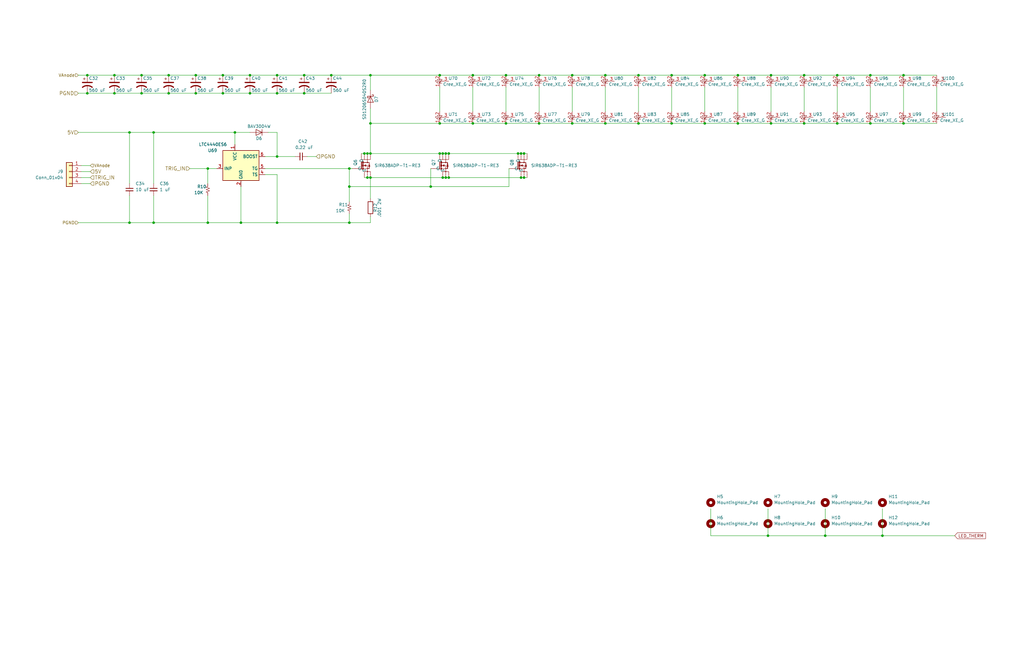
<source format=kicad_sch>
(kicad_sch (version 20230121) (generator eeschema)
  (paper "B")
  (title_block (title "BUM2 LED Controller") (date "2023-01-10") (rev "B"))
  (lib_symbols
    (symbol "CBT-140-Control-rescue:CP1" (pin_numbers hide) (pin_names (offset 0.254) hide)
      (property "Reference" "C" (at 0.635 2.54 0))
      (property "Value" "CP1" (at 0.635 -2.54 0))
      (symbol "CP1_0_1"
        (polyline (pts (xy -2.032 0.762) (xy 2.032 0.762)) (stroke (width 0.508)))
        (polyline (pts (xy -1.778 2.286) (xy -0.762 2.286)))
        (polyline (pts (xy -1.27 1.778) (xy -1.27 2.794)))
        (arc (start 2.032 -1.27) (mid 0 -0.5572) (end -2.032 -1.27) (stroke (width 0.508)))
      )
      (symbol "CP1_1_1"
        (pin passive line (at 0 3.81 270) (length 2.794) (name "~") (number "1"))
        (pin passive line (at 0 -3.81 90) (length 3.302) (name "~") (number "2"))
      )
    )
    (symbol "CBT-140-Control-rescue:C_Small" (pin_numbers hide) (pin_names (offset 0.254) hide)
      (property "Reference" "C" (at 0.254 1.778 0))
      (property "Value" "C_Small" (at 0.254 -2.032 0))
      (symbol "C_Small_0_1"
        (polyline (pts (xy -1.524 -0.508) (xy 1.524 -0.508)) (stroke (width 0.3302)))
        (polyline (pts (xy -1.524 0.508) (xy 1.524 0.508)) (stroke (width 0.3048)))
      )
      (symbol "C_Small_1_1"
        (pin passive line (at 0 2.54 270) (length 2.032) (name "~") (number "1"))
        (pin passive line (at 0 -2.54 90) (length 2.032) (name "~") (number "2"))
      )
    )
    (symbol "CBT-140-Control-rescue:D" (pin_numbers hide) (pin_names (offset 1.016) hide)
      (property "Reference" "D" (at 0 2.54 0))
      (property "Value" "D" (at 0 -2.54 0))
      (symbol "D_0_1"
        (polyline (pts (xy -1.27 1.27) (xy -1.27 -1.27)) (stroke (width 0.2032)))
        (polyline (pts (xy 1.27 0) (xy -1.27 0)))
        (polyline (pts (xy 1.27 1.27) (xy 1.27 -1.27) (xy -1.27 0) (xy 1.27 1.27)) (stroke (width 0.2032)))
      )
      (symbol "D_1_1"
        (pin passive line (at -3.81 0 0) (length 2.54) (name "K") (number "1"))
        (pin passive line (at 3.81 0 180) (length 2.54) (name "A") (number "2"))
      )
    )
    (symbol "CBT-140-Control-rescue:D_Schottky" (pin_numbers hide) (pin_names (offset 1.016) hide)
      (property "Reference" "D" (at 0 2.54 0))
      (property "Value" "D_Schottky" (at 0 -2.54 0))
      (symbol "D_Schottky_0_1"
        (polyline (pts (xy 1.27 0) (xy -1.27 0)))
        (polyline (pts (xy 1.27 1.27) (xy 1.27 -1.27) (xy -1.27 0) (xy 1.27 1.27)) (stroke (width 0.2032)))
        (polyline (pts (xy -1.905 0.635) (xy -1.905 1.27) (xy -1.27 1.27) (xy -1.27 -1.27) (xy -0.635 -1.27) (xy -0.635 -0.635)) (stroke (width 0.2032)))
      )
      (symbol "D_Schottky_1_1"
        (pin passive line (at -3.81 0 0) (length 2.54) (name "K") (number "1"))
        (pin passive line (at 3.81 0 180) (length 2.54) (name "A") (number "2"))
      )
    )
    (symbol "CBT-140-Control-rescue:R" (pin_numbers hide) (pin_names (offset 0))
      (property "Reference" "R" (at 2.032 0 90))
      (property "Value" "R" (at 0 0 90))
      (symbol "R_0_1"
        (rectangle (start -1.016 -2.54) (end 1.016 2.54) (stroke (width 0.254)))
      )
      (symbol "R_1_1"
        (pin passive line (at 0 3.81 270) (length 1.27) (name "~") (number "1"))
        (pin passive line (at 0 -3.81 90) (length 1.27) (name "~") (number "2"))
      )
    )
    (symbol "Connector_Generic:Conn_01x04" (pin_names (offset 1.016) hide)
      (property "Reference" "J" (at 0 5.08 0))
      (property "Value" "Conn_01x04" (at 0 -7.62 0))
      (symbol "Conn_01x04_1_1"
        (rectangle (start -1.27 -4.953) (end 0 -5.207) (stroke (width 0.1524)))
        (rectangle (start -1.27 -2.413) (end 0 -2.667) (stroke (width 0.1524)))
        (rectangle (start -1.27 0.127) (end 0 -0.127) (stroke (width 0.1524)))
        (rectangle (start -1.27 2.667) (end 0 2.413) (stroke (width 0.1524)))
        (rectangle (start -1.27 3.81) (end 1.27 -6.35) (stroke (width 0.254)) (fill (type background)))
        (pin passive line (at -5.08 2.54 0) (length 3.81) (name "Pin_1") (number "1"))
        (pin passive line (at -5.08 0 0) (length 3.81) (name "Pin_2") (number "2"))
        (pin passive line (at -5.08 -2.54 0) (length 3.81) (name "Pin_3") (number "3"))
        (pin passive line (at -5.08 -5.08 0) (length 3.81) (name "Pin_4") (number "4"))
      )
    )
    (symbol "Driver_FET:LTC4440ES6"
      (property "Reference" "U" (at -7.62 8.89 0))
      (property "Value" "LTC4440ES6" (at -1.27 8.89 0))
      (symbol "LTC4440ES6_0_1"
        (rectangle (start -7.62 7.62) (end 7.62 -5.08) (stroke (width 0.254)) (fill (type background)))
      )
      (symbol "LTC4440ES6_1_1"
        (pin power_in line (at -2.54 10.16 270) (length 2.54) (name "VCC") (number "1"))
        (pin power_in line (at 0 -7.62 90) (length 2.54) (name "GND") (number "2"))
        (pin input line (at -10.16 0 0) (length 2.54) (name "INP") (number "3"))
        (pin input line (at 10.16 -2.54 180) (length 2.54) (name "TS") (number "4"))
        (pin output line (at 10.16 0 180) (length 2.54) (name "TG") (number "5"))
        (pin input line (at 10.16 5.08 180) (length 2.54) (name "BOOST") (number "6"))
      )
    )
    (symbol "Dual-Mag-Camera-Control-rescue:C_Small-SPC-Control-rescue" (pin_numbers hide) (pin_names (offset 0.254) hide)
      (property "Reference" "C" (at 0.254 1.778 0))
      (property "Value" "C_Small-SPC-Control-rescue" (at 0.254 -2.032 0))
      (symbol "C_Small-SPC-Control-rescue_0_1"
        (polyline (pts (xy -1.524 -0.508) (xy 1.524 -0.508)) (stroke (width 0.3302)))
        (polyline (pts (xy -1.524 0.508) (xy 1.524 0.508)) (stroke (width 0.3048)))
      )
      (symbol "C_Small-SPC-Control-rescue_1_1"
        (pin passive line (at 0 2.54 270) (length 2.032) (name "~") (number "1"))
        (pin passive line (at 0 -2.54 90) (length 2.032) (name "~") (number "2"))
      )
    )
    (symbol "Dual-Mag-Camera-Control-rescue:Resistor_small-SPC-Control-rescue-DeathStar-rescue-BUMP-Control-rescue" (pin_numbers hide) (pin_names (offset 0))
      (property "Reference" "R" (at 2.032 0 90))
      (property "Value" "Resistor_small-SPC-Control-rescue-DeathStar-rescue-BUMP-Control-rescue" (at -2.032 0.254 90))
      (symbol "Resistor_small-SPC-Control-rescue-DeathStar-rescue-BUMP-Control-rescue_0_1"
        (polyline (pts (xy 0 1.27) (xy -0.762 1.016) (xy 0.762 0.508) (xy -0.762 0) (xy 0.762 -0.508) (xy -0.762 -1.016) (xy 0 -1.27)))
      )
      (symbol "Resistor_small-SPC-Control-rescue-DeathStar-rescue-BUMP-Control-rescue_1_1"
        (pin passive line (at 0 2.54 270) (length 1.27) (name "~") (number "1"))
        (pin passive line (at 0 -2.54 90) (length 1.27) (name "~") (number "2"))
      )
    )
    (symbol "Dual-Mag-Camera-Control-rescue:SiSA72DN-ProjectDevices" (pin_names (offset 1.016))
      (property "Reference" "Q" (at 3.81 1.27 0))
      (property "Value" "SiSA72DN-ProjectDevices" (at -15.24 6.35 0))
      (symbol "SiSA72DN-ProjectDevices_1_1"
        (circle (center 0 -2.54) (radius 0.127))
        (circle (center 0 -2.54) (radius 0.127))
        (circle (center 0 -2.54) (radius 0.127))
        (circle (center 0 -2.54) (radius 0.127))
        (circle (center 0 -1.27) (radius 0.127))
        (polyline (pts (xy -5.08 -1.27) (xy -3.81 -1.27)))
        (polyline (pts (xy -2.54 -1.27) (xy -3.81 -1.27)))
        (polyline (pts (xy -1.905 -1.016) (xy -1.905 -1.651)) (stroke (width 0.508)))
        (polyline (pts (xy -1.905 0.381) (xy -1.905 -0.381)) (stroke (width 0.508)))
        (polyline (pts (xy -1.905 0.381) (xy -1.905 -0.381)) (stroke (width 0.508)))
        (polyline (pts (xy -1.905 1.651) (xy -1.905 1.016)) (stroke (width 0.508)))
        (polyline (pts (xy -1.905 1.651) (xy -1.905 1.016)) (stroke (width 0.508)))
        (polyline (pts (xy -1.778 -1.27) (xy 0 -1.27)))
        (polyline (pts (xy -1.778 1.27) (xy 0 1.27)))
        (polyline (pts (xy -1.778 1.27) (xy 0 1.27)))
        (polyline (pts (xy -1.778 1.27) (xy 0 1.27)))
        (polyline (pts (xy -1.778 1.27) (xy 0 1.27)))
        (polyline (pts (xy -1.27 3.81) (xy -1.27 2.54)))
        (polyline (pts (xy 0 -2.54) (xy 0 -3.81)))
        (polyline (pts (xy 0 -1.27) (xy 0 -2.54)))
        (polyline (pts (xy 0 3.81) (xy 0 2.54)))
        (polyline (pts (xy 0.381 0.254) (xy 1.143 0.254)))
        (polyline (pts (xy -2.54 1.524) (xy -2.54 -1.524) (xy -2.54 -1.524)) (stroke (width 0.254)))
        (polyline (pts (xy -2.54 1.524) (xy -2.54 -1.524) (xy -2.54 -1.524)) (stroke (width 0.254)))
        (polyline (pts (xy -1.778 0) (xy 0 0) (xy 0 -1.27)))
        (polyline (pts (xy 0 -2.54) (xy -1.27 -2.54) (xy -1.27 -3.81)))
        (polyline (pts (xy 0 -2.54) (xy 1.27 -2.54) (xy 1.27 -3.81)))
        (polyline (pts (xy 1.27 3.81) (xy 1.27 2.54) (xy 0 2.54)))
        (polyline (pts (xy -2.54 3.81) (xy -2.54 2.54) (xy 0 2.54) (xy 0 1.27)))
        (polyline (pts (xy -1.397 0) (xy -0.635 -0.381) (xy -0.635 0.381) (xy -1.397 0)) (fill (type outline)))
        (polyline (pts (xy 0 -1.27) (xy 0.762 -1.27) (xy 0.762 1.27) (xy 0 1.27)))
        (polyline (pts (xy 0 -1.27) (xy 0.762 -1.27) (xy 0.762 1.27) (xy 0 1.27)))
        (polyline (pts (xy 0 -1.27) (xy 0.762 -1.27) (xy 0.762 1.27) (xy 0 1.27)))
        (polyline (pts (xy 0 -1.27) (xy 0.762 -1.27) (xy 0.762 1.27) (xy 0 1.27)))
        (polyline (pts (xy 0.762 0.254) (xy 1.143 -0.381) (xy 0.381 -0.381) (xy 0.762 0.254)) (fill (type outline)))
        (circle (center 0 1.27) (radius 0.127))
        (circle (center 0 1.27) (radius 0.127))
        (circle (center 0 1.27) (radius 0.127))
        (circle (center 0 1.27) (radius 0.127))
        (pin power_in line (at 1.27 -5.08 90) (length 1.27) (name "S") (number "1"))
        (pin bidirectional line (at -1.27 -5.08 90) (length 1.27) (name "S") (number "2"))
        (pin bidirectional line (at 0 -5.08 90) (length 1.27) (name "S") (number "3"))
        (pin passive line (at -6.35 -1.27 0) (length 1.27) (name "G") (number "4"))
        (pin passive line (at -2.54 5.08 270) (length 1.27) (name "D") (number "5"))
        (pin power_in line (at -1.27 5.08 270) (length 1.27) (name "D") (number "5"))
        (pin power_in line (at 0 5.08 270) (length 1.27) (name "D") (number "5"))
        (pin power_in line (at 1.27 5.08 270) (length 1.27) (name "D") (number "5"))
      )
    )
    (symbol "Mechanical:MountingHole" (pin_names (offset 1.016))
      (property "Reference" "H" (at 0 5.08 0))
      (property "Value" "MountingHole" (at 0 3.175 0))
      (symbol "MountingHole_0_1"
        (circle (center 0 0) (radius 1.27) (stroke (width 1.27)))
      )
    )
    (symbol "ProjectDevices:Cree_XE_G"
      (property "Reference" "U" (at 0 -3.81 0))
      (property "Value" "Cree_XE_G" (at 0 -6.35 0))
      (symbol "Cree_XE_G_0_1"
        (polyline (pts (xy 0 0) (xy 0 1.27)))
      )
      (symbol "Cree_XE_G_1_1"
        (polyline (pts (xy -1.016 0) (xy 0.762 0)))
        (polyline (pts (xy 0.762 1.016) (xy 0.762 -1.016)))
        (polyline (pts (xy -0.762 1.016) (xy 0.762 0) (xy -0.762 -1.016) (xy -0.762 1.016)))
        (polyline (pts (xy -0.508 -1.27) (xy 0 -1.778) (xy -0.254 -1.778) (xy 0 -1.778) (xy 0 -1.524)))
        (polyline (pts (xy 0 -0.762) (xy 0.508 -1.27) (xy 0.254 -1.27) (xy 0.508 -1.27) (xy 0.508 -1.016)))
        (pin passive line (at 2.54 0 180) (length 1.778) (name "K") (number "1"))
        (pin passive line (at -2.54 0 0) (length 1.778) (name "A") (number "2"))
        (pin input line (at 0 3.81 270) (length 2.54) (name "") (number "3"))
      )
    )
  )
  (junction (at 325.12 31.75))
  (junction (at 116.84 66.04))
  (junction (at 367.03 52.07))
  (junction (at 36.83 31.75))
  (junction (at 199.39 31.75))
  (junction (at 283.21 31.75))
  (junction (at 99.06 55.88))
  (junction (at 154.94 64.77))
  (junction (at 186.69 74.93))
  (junction (at 227.33 52.07))
  (junction (at 64.77 93.98))
  (junction (at 339.09 52.07))
  (junction (at 71.12 31.75))
  (junction (at 93.98 39.37))
  (junction (at 105.41 31.75))
  (junction (at 283.21 52.07))
  (junction (at 189.23 74.93))
  (junction (at 87.63 93.98))
  (junction (at 54.61 93.98))
  (junction (at 311.15 31.75))
  (junction (at 116.84 31.75))
  (junction (at 325.12 52.07))
  (junction (at 185.42 52.07))
  (junction (at 156.21 31.75))
  (junction (at 147.32 93.98))
  (junction (at 219.71 64.77))
  (junction (at 156.21 52.07))
  (junction (at 64.77 55.88))
  (junction (at 269.24 31.75))
  (junction (at 139.7 31.75))
  (junction (at 82.55 39.37))
  (junction (at 181.61 78.74))
  (junction (at 220.98 74.93))
  (junction (at 311.15 52.07))
  (junction (at 128.27 31.75))
  (junction (at 93.98 31.75))
  (junction (at 367.03 31.75))
  (junction (at 186.69 64.77))
  (junction (at 255.27 31.75))
  (junction (at 82.55 31.75))
  (junction (at 219.71 74.93))
  (junction (at 101.6 93.98))
  (junction (at 255.27 52.07))
  (junction (at 185.42 64.77))
  (junction (at 59.69 31.75))
  (junction (at 213.36 52.07))
  (junction (at 116.84 93.98))
  (junction (at 297.18 31.75))
  (junction (at 372.11 226.06))
  (junction (at 71.12 39.37))
  (junction (at 185.42 31.75))
  (junction (at 147.32 71.12))
  (junction (at 199.39 52.07))
  (junction (at 36.83 39.37))
  (junction (at 213.36 31.75))
  (junction (at 218.44 64.77))
  (junction (at 154.94 74.93))
  (junction (at 220.98 64.77))
  (junction (at 128.27 39.37))
  (junction (at 189.23 64.77))
  (junction (at 59.69 39.37))
  (junction (at 381 52.07))
  (junction (at 48.26 39.37))
  (junction (at 297.18 52.07))
  (junction (at 156.21 74.93))
  (junction (at 381 31.75))
  (junction (at 147.32 78.74))
  (junction (at 48.26 31.75))
  (junction (at 323.85 226.06))
  (junction (at 347.98 226.06))
  (junction (at 241.3 52.07))
  (junction (at 153.67 64.77))
  (junction (at 187.96 64.77))
  (junction (at 269.24 52.07))
  (junction (at 241.3 31.75))
  (junction (at 54.61 55.88))
  (junction (at 156.21 64.77))
  (junction (at 116.84 39.37))
  (junction (at 353.06 31.75))
  (junction (at 87.63 71.12))
  (junction (at 353.06 52.07))
  (junction (at 227.33 31.75))
  (junction (at 339.09 31.75))
  (junction (at 187.96 74.93))
  (junction (at 105.41 39.37))
  (wire (pts (xy 129.54 66.04) (xy 133.35 66.04)))
  (wire (pts (xy 116.84 66.04) (xy 124.46 66.04)))
  (wire (pts (xy 59.69 39.37) (xy 71.12 39.37)))
  (wire (pts (xy 71.12 31.75) (xy 82.55 31.75)))
  (wire (pts (xy 154.94 74.93) (xy 156.21 74.93)))
  (wire (pts (xy 227.33 31.75) (xy 241.3 31.75)))
  (wire (pts (xy 87.63 71.12) (xy 87.63 77.47)))
  (wire (pts (xy 156.21 74.93) (xy 156.21 83.82)))
  (wire (pts (xy 372.11 214.63) (xy 372.11 226.06)))
  (wire (pts (xy 299.72 214.63) (xy 299.72 226.06)))
  (wire (pts (xy 87.63 93.98) (xy 101.6 93.98)))
  (wire (pts (xy 189.23 64.77) (xy 218.44 64.77)))
  (wire (pts (xy 34.29 77.47) (xy 38.1 77.47)))
  (wire (pts (xy 105.41 39.37) (xy 116.84 39.37)))
  (wire (pts (xy 181.61 71.12) (xy 181.61 78.74)))
  (wire (pts (xy 147.32 93.98) (xy 116.84 93.98)))
  (wire (pts (xy 87.63 82.55) (xy 87.63 93.98)))
  (wire (pts (xy 186.69 64.77) (xy 187.96 64.77)))
  (wire (pts (xy 147.32 78.74) (xy 147.32 85.09)))
  (wire (pts (xy 93.98 39.37) (xy 105.41 39.37)))
  (wire (pts (xy 147.32 71.12) (xy 147.32 78.74)))
  (wire (pts (xy 64.77 82.55) (xy 64.77 93.98)))
  (wire (pts (xy 185.42 36.83) (xy 185.42 46.99)))
  (wire (pts (xy 381 31.75) (xy 394.97 31.75)))
  (wire (pts (xy 394.97 36.83) (xy 394.97 46.99)))
  (wire (pts (xy 181.61 78.74) (xy 214.63 78.74)))
  (wire (pts (xy 71.12 39.37) (xy 82.55 39.37)))
  (wire (pts (xy 353.06 52.07) (xy 367.03 52.07)))
  (wire (pts (xy 105.41 31.75) (xy 116.84 31.75)))
  (wire (pts (xy 297.18 52.07) (xy 311.15 52.07)))
  (wire (pts (xy 33.02 39.37) (xy 36.83 39.37)))
  (wire (pts (xy 283.21 52.07) (xy 297.18 52.07)))
  (wire (pts (xy 219.71 74.93) (xy 220.98 74.93)))
  (wire (pts (xy 80.01 71.12) (xy 87.63 71.12)))
  (wire (pts (xy 220.98 74.93) (xy 222.25 74.93)))
  (wire (pts (xy 367.03 36.83) (xy 367.03 46.99)))
  (wire (pts (xy 64.77 55.88) (xy 64.77 77.47)))
  (wire (pts (xy 199.39 36.83) (xy 199.39 46.99)))
  (wire (pts (xy 227.33 52.07) (xy 241.3 52.07)))
  (wire (pts (xy 255.27 31.75) (xy 269.24 31.75)))
  (wire (pts (xy 297.18 31.75) (xy 311.15 31.75)))
  (wire (pts (xy 367.03 52.07) (xy 381 52.07)))
  (wire (pts (xy 297.18 36.83) (xy 297.18 46.99)))
  (wire (pts (xy 156.21 31.75) (xy 156.21 38.1)))
  (wire (pts (xy 323.85 214.63) (xy 323.85 226.06)))
  (wire (pts (xy 213.36 31.75) (xy 227.33 31.75)))
  (wire (pts (xy 325.12 36.83) (xy 325.12 46.99)))
  (wire (pts (xy 218.44 64.77) (xy 219.71 64.77)))
  (wire (pts (xy 87.63 71.12) (xy 91.44 71.12)))
  (wire (pts (xy 353.06 31.75) (xy 367.03 31.75)))
  (wire (pts (xy 116.84 73.66) (xy 116.84 93.98)))
  (wire (pts (xy 111.76 66.04) (xy 116.84 66.04)))
  (wire (pts (xy 156.21 45.72) (xy 156.21 52.07)))
  (wire (pts (xy 33.02 31.75) (xy 36.83 31.75)))
  (wire (pts (xy 93.98 31.75) (xy 105.41 31.75)))
  (wire (pts (xy 381 52.07) (xy 394.97 52.07)))
  (wire (pts (xy 139.7 31.75) (xy 156.21 31.75)))
  (wire (pts (xy 156.21 74.93) (xy 186.69 74.93)))
  (wire (pts (xy 33.02 93.98) (xy 54.61 93.98)))
  (wire (pts (xy 153.67 64.77) (xy 154.94 64.77)))
  (wire (pts (xy 269.24 52.07) (xy 283.21 52.07)))
  (wire (pts (xy 59.69 31.75) (xy 71.12 31.75)))
  (wire (pts (xy 111.76 73.66) (xy 116.84 73.66)))
  (wire (pts (xy 185.42 52.07) (xy 199.39 52.07)))
  (wire (pts (xy 311.15 31.75) (xy 325.12 31.75)))
  (wire (pts (xy 54.61 55.88) (xy 54.61 77.47)))
  (wire (pts (xy 152.4 64.77) (xy 153.67 64.77)))
  (wire (pts (xy 36.83 31.75) (xy 48.26 31.75)))
  (wire (pts (xy 147.32 78.74) (xy 181.61 78.74)))
  (wire (pts (xy 128.27 39.37) (xy 139.7 39.37)))
  (wire (pts (xy 199.39 52.07) (xy 213.36 52.07)))
  (wire (pts (xy 283.21 36.83) (xy 283.21 46.99)))
  (wire (pts (xy 241.3 52.07) (xy 255.27 52.07)))
  (wire (pts (xy 34.29 72.39) (xy 38.1 72.39)))
  (wire (pts (xy 381 36.83) (xy 381 46.99)))
  (wire (pts (xy 241.3 31.75) (xy 255.27 31.75)))
  (wire (pts (xy 269.24 36.83) (xy 269.24 46.99)))
  (wire (pts (xy 105.41 55.88) (xy 99.06 55.88)))
  (wire (pts (xy 147.32 90.17) (xy 147.32 93.98)))
  (wire (pts (xy 111.76 71.12) (xy 147.32 71.12)))
  (wire (pts (xy 153.67 74.93) (xy 154.94 74.93)))
  (wire (pts (xy 214.63 78.74) (xy 214.63 71.12)))
  (wire (pts (xy 147.32 71.12) (xy 148.59 71.12)))
  (wire (pts (xy 227.33 36.83) (xy 227.33 46.99)))
  (wire (pts (xy 367.03 31.75) (xy 381 31.75)))
  (wire (pts (xy 82.55 31.75) (xy 93.98 31.75)))
  (wire (pts (xy 347.98 214.63) (xy 347.98 226.06)))
  (wire (pts (xy 187.96 64.77) (xy 189.23 64.77)))
  (wire (pts (xy 185.42 31.75) (xy 199.39 31.75)))
  (wire (pts (xy 339.09 36.83) (xy 339.09 46.99)))
  (wire (pts (xy 54.61 55.88) (xy 64.77 55.88)))
  (wire (pts (xy 311.15 52.07) (xy 325.12 52.07)))
  (wire (pts (xy 255.27 52.07) (xy 269.24 52.07)))
  (wire (pts (xy 154.94 64.77) (xy 156.21 64.77)))
  (wire (pts (xy 185.42 64.77) (xy 186.69 64.77)))
  (wire (pts (xy 186.69 74.93) (xy 187.96 74.93)))
  (wire (pts (xy 36.83 39.37) (xy 48.26 39.37)))
  (wire (pts (xy 54.61 82.55) (xy 54.61 93.98)))
  (wire (pts (xy 219.71 64.77) (xy 220.98 64.77)))
  (wire (pts (xy 54.61 93.98) (xy 64.77 93.98)))
  (wire (pts (xy 156.21 52.07) (xy 156.21 64.77)))
  (wire (pts (xy 199.39 31.75) (xy 213.36 31.75)))
  (wire (pts (xy 116.84 31.75) (xy 128.27 31.75)))
  (wire (pts (xy 347.98 226.06) (xy 372.11 226.06)))
  (wire (pts (xy 339.09 52.07) (xy 353.06 52.07)))
  (wire (pts (xy 82.55 39.37) (xy 93.98 39.37)))
  (wire (pts (xy 241.3 36.83) (xy 241.3 46.99)))
  (wire (pts (xy 33.02 55.88) (xy 54.61 55.88)))
  (wire (pts (xy 283.21 31.75) (xy 297.18 31.75)))
  (wire (pts (xy 156.21 52.07) (xy 185.42 52.07)))
  (wire (pts (xy 325.12 52.07) (xy 339.09 52.07)))
  (wire (pts (xy 187.96 74.93) (xy 189.23 74.93)))
  (wire (pts (xy 48.26 31.75) (xy 59.69 31.75)))
  (wire (pts (xy 325.12 31.75) (xy 339.09 31.75)))
  (wire (pts (xy 311.15 36.83) (xy 311.15 46.99)))
  (wire (pts (xy 64.77 93.98) (xy 87.63 93.98)))
  (wire (pts (xy 156.21 31.75) (xy 185.42 31.75)))
  (wire (pts (xy 64.77 55.88) (xy 99.06 55.88)))
  (wire (pts (xy 220.98 64.77) (xy 222.25 64.77)))
  (wire (pts (xy 116.84 39.37) (xy 128.27 39.37)))
  (wire (pts (xy 156.21 91.44) (xy 156.21 93.98)))
  (wire (pts (xy 189.23 74.93) (xy 219.71 74.93)))
  (wire (pts (xy 323.85 226.06) (xy 347.98 226.06)))
  (wire (pts (xy 372.11 226.06) (xy 402.59 226.06)))
  (wire (pts (xy 255.27 36.83) (xy 255.27 46.99)))
  (wire (pts (xy 213.36 52.07) (xy 227.33 52.07)))
  (wire (pts (xy 113.03 55.88) (xy 116.84 55.88)))
  (wire (pts (xy 101.6 78.74) (xy 101.6 93.98)))
  (wire (pts (xy 99.06 55.88) (xy 99.06 60.96)))
  (wire (pts (xy 34.29 74.93) (xy 38.1 74.93)))
  (wire (pts (xy 116.84 55.88) (xy 116.84 66.04)))
  (wire (pts (xy 353.06 36.83) (xy 353.06 46.99)))
  (wire (pts (xy 213.36 36.83) (xy 213.36 46.99)))
  (wire (pts (xy 156.21 93.98) (xy 147.32 93.98)))
  (wire (pts (xy 48.26 39.37) (xy 59.69 39.37)))
  (wire (pts (xy 156.21 64.77) (xy 185.42 64.77)))
  (wire (pts (xy 339.09 31.75) (xy 353.06 31.75)))
  (wire (pts (xy 128.27 31.75) (xy 139.7 31.75)))
  (wire (pts (xy 299.72 226.06) (xy 323.85 226.06)))
  (wire (pts (xy 116.84 93.98) (xy 101.6 93.98)))
  (wire (pts (xy 34.29 69.85) (xy 38.1 69.85)))
  (wire (pts (xy 269.24 31.75) (xy 283.21 31.75)))
  (global_label "LED_THERM" (shape input) (at 402.59 226.06 0) (property "Intersheetrefs" "${INTERSHEET_REFS}" (effects hide)))
  (hierarchical_label "5V" (shape input) (at 33.02 55.88 180) (effects (font (size 1.524 1.524))))
  (hierarchical_label "VAnode" (shape input) (at 33.02 31.75 180))
  (hierarchical_label "PGND" (shape input) (at 133.35 66.04 0) (effects (font (size 1.524 1.524))))
  (hierarchical_label "PGND" (shape input) (at 33.02 39.37 180) (effects (font (size 1.524 1.524))))
  (hierarchical_label "PGND" (shape input) (at 38.1 77.47 0) (effects (font (size 1.524 1.524))))
  (hierarchical_label "TRIG_IN" (shape input) (at 38.1 74.93 0) (effects (font (size 1.524 1.524))))
  (hierarchical_label "PGND" (shape input) (at 33.02 93.98 180))
  (hierarchical_label "VAnode" (shape input) (at 38.1 69.85 0))
  (hierarchical_label "TRIG_IN" (shape input) (at 80.01 71.12 180) (effects (font (size 1.524 1.524))))
  (hierarchical_label "5V" (shape input) (at 38.1 72.39 0) (effects (font (size 1.524 1.524))))
  (symbol (lib_id "Mechanical:MountingHole") (at 372.11 212.09 0) (unit 1)
    (property "Reference" "H11" (at 374.65 209.5499 0) (effects (justify left)))
    (property "Value" "MountingHole_Pad" (at 374.65 212.0899 0) (effects (justify left)))
    (property "Footprint" "MountingHole:MountingHole_2.2mm_M2_ISO7380" (effects hide))
  )
  (symbol (lib_id "ProjectDevices:Cree_XE_G") (at 394.97 49.53 270) (unit 1)
    (property "Reference" "U101" (at 402.59 48.26 90) (effects (justify right)))
    (property "Value" "Cree_XE_G" (at 406.4 50.8 90) (effects (justify right)))
    (property "Footprint" "ProjectFootprints:Cree_XE_G" (effects hide))
  )
  (symbol (lib_id "Mechanical:MountingHole") (at 299.72 212.09 0) (unit 1)
    (property "Reference" "H5" (at 302.26 209.5499 0) (effects (justify left)))
    (property "Value" "MountingHole_Pad" (at 302.26 212.0899 0) (effects (justify left)))
    (property "Footprint" "MountingHole:MountingHole_2.2mm_M2_ISO7380" (effects hide))
  )
  (symbol (lib_id "ProjectDevices:Cree_XE_G") (at 297.18 34.29 270) (unit 1)
    (property "Reference" "U86" (at 304.8 33.02 90) (effects (justify right)))
    (property "Value" "Cree_XE_G" (at 308.61 35.56 90) (effects (justify right)))
    (property "Footprint" "ProjectFootprints:Cree_XE_G" (effects hide))
  )
  (symbol (lib_id "ProjectDevices:Cree_XE_G") (at 227.33 49.53 270) (unit 1)
    (property "Reference" "U77" (at 234.95 48.26 90) (effects (justify right)))
    (property "Value" "Cree_XE_G" (at 238.76 50.8 90) (effects (justify right)))
    (property "Footprint" "ProjectFootprints:Cree_XE_G" (effects hide))
  )
  (symbol (lib_id "ProjectDevices:Cree_XE_G") (at 185.42 34.29 270) (unit 1)
    (property "Reference" "U70" (at 193.04 33.02 90) (effects (justify right)))
    (property "Value" "Cree_XE_G" (at 196.85 35.56 90) (effects (justify right)))
    (property "Footprint" "ProjectFootprints:Cree_XE_G" (effects hide))
  )
  (symbol (lib_id "ProjectDevices:Cree_XE_G") (at 381 34.29 270) (unit 1)
    (property "Reference" "U98" (at 388.62 33.02 90) (effects (justify right)))
    (property "Value" "Cree_XE_G" (at 392.43 35.56 90) (effects (justify right)))
    (property "Footprint" "ProjectFootprints:Cree_XE_G" (effects hide))
  )
  (symbol (lib_id "CBT-140-Control-rescue:CP1") (at 93.98 35.56 0) (unit 1)
    (property "Reference" "C39" (at 94.615 33.02 0) (effects (justify left)))
    (property "Value" "560 uF" (at 94.615 38.1 0) (effects (justify left)))
    (property "Footprint" "Capacitor_SMD:CP_Elec_8x11.9" (effects hide))
    (property "Datasheet" "https://industrial.panasonic.com/ww/products/pt/os-con/models/16SVPF560M" (effects hide))
    (property "Part Number" "P16481TR-ND" (effects hide))
    (property "Supplier" "Digikey" (effects hide))
    (property "Link" "https://www.digikey.com/en/products/detail/panasonic-electronic-components/16SVPF560M/4204813" (effects hide))
  )
  (symbol (lib_id "ProjectDevices:Cree_XE_G") (at 213.36 49.53 270) (unit 1)
    (property "Reference" "U75" (at 220.98 48.26 90) (effects (justify right)))
    (property "Value" "Cree_XE_G" (at 224.79 50.8 90) (effects (justify right)))
    (property "Footprint" "ProjectFootprints:Cree_XE_G" (effects hide))
  )
  (symbol (lib_id "ProjectDevices:Cree_XE_G") (at 255.27 49.53 270) (unit 1)
    (property "Reference" "U81" (at 262.89 48.26 90) (effects (justify right)))
    (property "Value" "Cree_XE_G" (at 266.7 50.8 90) (effects (justify right)))
    (property "Footprint" "ProjectFootprints:Cree_XE_G" (effects hide))
  )
  (symbol (lib_id "CBT-140-Control-rescue:D_Schottky") (at 156.21 41.91 270) (unit 1)
    (property "Reference" "D7" (at 158.75 41.91 0))
    (property "Value" "SD1206S040S2R0" (at 153.67 41.91 0))
    (property "Footprint" "Diode_SMD:D_1206_3216Metric" (effects hide))
    (property "Datasheet" "https://datasheets.kyocera-avx.com/schottky.pdf" (effects hide))
    (property "Part Number" "478-7806-1-ND" (effects hide))
    (property "Supplier" "Digikey" (effects hide))
    (property "Link" "https://www.digikey.com/en/products/detail/kyocera-avx/SD1206S040S2R0/3749537" (effects hide))
  )
  (symbol (lib_id "ProjectDevices:Cree_XE_G") (at 353.06 34.29 270) (unit 1)
    (property "Reference" "U94" (at 360.68 33.02 90) (effects (justify right)))
    (property "Value" "Cree_XE_G" (at 364.49 35.56 90) (effects (justify right)))
    (property "Footprint" "ProjectFootprints:Cree_XE_G" (effects hide))
  )
  (symbol (lib_id "Mechanical:MountingHole") (at 323.85 220.98 0) (unit 1)
    (property "Reference" "H8" (at 326.39 218.4399 0) (effects (justify left)))
    (property "Value" "MountingHole_Pad" (at 326.39 220.9799 0) (effects (justify left)))
    (property "Footprint" "MountingHole:MountingHole_2.2mm_M2_ISO7380" (effects hide))
  )
  (symbol (lib_id "Driver_FET:LTC4440ES6") (at 101.6 71.12 0) (unit 1)
    (property "Reference" "U69" (at 87.63 63.5 0) (effects (justify left)))
    (property "Value" "LTC4440ES6" (at 83.82 60.96 0) (effects (justify left)))
    (property "Footprint" "Package_TO_SOT_SMD:SOT-23-6" (effects hide))
    (property "Datasheet" "https://www.analog.com/media/en/technical-documentation/data-sheets/4440fb.pdf" (effects hide))
    (property "Part Number" "LTC4440ES6-5#TRMPBFCT-ND" (effects hide))
    (property "Supplier" "Digikey" (effects hide))
    (property "Link" "https://www.digikey.com/en/products/detail/analog-devices-inc/LTC4440ES6-5-TRMPBF/1620535" (effects hide))
    (instances (project "System-Controller-UVC" (path "" (reference "U69") (unit 1)) (path "" (reference "U3") (unit 1))))
  )
  (symbol (lib_id "CBT-140-Control-rescue:C_Small") (at 127 66.04 270) (unit 1)
    (property "Reference" "C42" (at 125.73 59.69 90) (effects (justify left)))
    (property "Value" "0.22 uF" (at 124.46 62.23 90) (effects (justify left)))
    (property "Footprint" "Capacitor_SMD:C_0603_1608Metric" (effects hide))
    (property "Datasheet" "http://search.murata.co.jp/Ceramy/image/img/A01X/G101/ENG/GCJ188R71H224KA01-01.pdf" (effects hide))
    (property "Part Number" "490-14410-1-ND" (effects hide))
    (property "Supplier" "Digikey" (effects hide))
    (property "Link" "https://www.digikey.com/product-detail/en/murata-electronics-north-america/GCJ188R71H224KA01D/490-14410-1-ND/6606871" (effects hide))
  )
  (symbol (lib_id "ProjectDevices:Cree_XE_G") (at 241.3 49.53 270) (unit 1)
    (property "Reference" "U79" (at 248.92 48.26 90) (effects (justify right)))
    (property "Value" "Cree_XE_G" (at 252.73 50.8 90) (effects (justify right)))
    (property "Footprint" "ProjectFootprints:Cree_XE_G" (effects hide))
  )
  (symbol (lib_id "CBT-140-Control-rescue:CP1") (at 36.83 35.56 0) (unit 1)
    (property "Reference" "C32" (at 37.465 33.02 0) (effects (justify left)))
    (property "Value" "560 uF" (at 37.465 38.1 0) (effects (justify left)))
    (property "Footprint" "Capacitor_SMD:CP_Elec_8x11.9" (effects hide))
    (property "Datasheet" "https://industrial.panasonic.com/ww/products/pt/os-con/models/16SVPF560M" (effects hide))
    (property "Part Number" "P16481TR-ND" (effects hide))
    (property "Supplier" "Digikey" (effects hide))
    (property "Link" "https://www.digikey.com/en/products/detail/panasonic-electronic-components/16SVPF560M/4204813" (effects hide))
  )
  (symbol (lib_id "ProjectDevices:Cree_XE_G") (at 283.21 34.29 270) (unit 1)
    (property "Reference" "U84" (at 290.83 33.02 90) (effects (justify right)))
    (property "Value" "Cree_XE_G" (at 294.64 35.56 90) (effects (justify right)))
    (property "Footprint" "ProjectFootprints:Cree_XE_G" (effects hide))
  )
  (symbol (lib_id "ProjectDevices:Cree_XE_G") (at 325.12 34.29 270) (unit 1)
    (property "Reference" "U90" (at 332.74 33.02 90) (effects (justify right)))
    (property "Value" "Cree_XE_G" (at 336.55 35.56 90) (effects (justify right)))
    (property "Footprint" "ProjectFootprints:Cree_XE_G" (effects hide))
  )
  (symbol (lib_id "Dual-Mag-Camera-Control-rescue:SiSA72DN-ProjectDevices") (at 154.94 69.85 0) (unit 1)
    (property "Reference" "Q6" (at 149.86 68.58 90))
    (property "Value" "SIR638ADP-T1-RE3" (at 167.64 69.85 0))
    (property "Footprint" "Package_SO:PowerPAK_SO-8_Single" (effects hide))
    (property "Datasheet" "https://www.vishay.com/docs/75297/sir638adp.pdf" (effects hide))
    (property "Part Number" "SIR638ADP-T1-RE3CT-ND" (effects hide))
    (property "Supplier" "Digikey" (effects hide))
    (property "Link" "https://www.digikey.com/en/products/detail/vishay-siliconix/SIR638ADP-T1-RE3/7616342" (effects hide))
  )
  (symbol (lib_id "CBT-140-Control-rescue:CP1") (at 48.26 35.56 0) (unit 1)
    (property "Reference" "C33" (at 48.895 33.02 0) (effects (justify left)))
    (property "Value" "560 uF" (at 48.895 38.1 0) (effects (justify left)))
    (property "Footprint" "Capacitor_SMD:CP_Elec_8x11.9" (effects hide))
    (property "Datasheet" "https://industrial.panasonic.com/ww/products/pt/os-con/models/16SVPF560M" (effects hide))
    (property "Part Number" "P16481TR-ND" (effects hide))
    (property "Supplier" "Digikey" (effects hide))
    (property "Link" "https://www.digikey.com/en/products/detail/panasonic-electronic-components/16SVPF560M/4204813" (effects hide))
  )
  (symbol (lib_id "CBT-140-Control-rescue:CP1") (at 71.12 35.56 0) (unit 1)
    (property "Reference" "C37" (at 71.755 33.02 0) (effects (justify left)))
    (property "Value" "560 uF" (at 71.755 38.1 0) (effects (justify left)))
    (property "Footprint" "Capacitor_SMD:CP_Elec_8x11.9" (effects hide))
    (property "Datasheet" "https://industrial.panasonic.com/ww/products/pt/os-con/models/16SVPF560M" (effects hide))
    (property "Part Number" "P16481TR-ND" (effects hide))
    (property "Supplier" "Digikey" (effects hide))
    (property "Link" "https://www.digikey.com/en/products/detail/panasonic-electronic-components/16SVPF560M/4204813" (effects hide))
  )
  (symbol (lib_id "Dual-Mag-Camera-Control-rescue:Resistor_small-SPC-Control-rescue-DeathStar-rescue-BUMP-Control-rescue") (at 147.32 87.63 0) (unit 1)
    (property "Reference" "R11" (at 144.78 86.36 0))
    (property "Value" "10K" (at 143.51 88.9 0))
    (property "Footprint" "Resistor_SMD:R_0603_1608Metric" (effects hide))
    (property "Datasheet" "https://www.yageo.com/upload/media/product/productsearch/datasheet/rchip/PYu-AC_51_RoHS_L_9.pdf" (effects hide))
    (property "Part Number" "311-10KLDCT-ND" (effects hide))
    (property "Supplier" "Digikey" (effects hide))
    (property "Link" "https://www.digikey.com/en/products/detail/yageo/AC0603FR-0710KL/2827814" (effects hide))
  )
  (symbol (lib_id "ProjectDevices:Cree_XE_G") (at 199.39 49.53 270) (unit 1)
    (property "Reference" "U73" (at 207.01 48.26 90) (effects (justify right)))
    (property "Value" "Cree_XE_G" (at 210.82 50.8 90) (effects (justify right)))
    (property "Footprint" "ProjectFootprints:Cree_XE_G" (effects hide))
  )
  (symbol (lib_id "CBT-140-Control-rescue:CP1") (at 59.69 35.56 0) (unit 1)
    (property "Reference" "C35" (at 60.325 33.02 0) (effects (justify left)))
    (property "Value" "560 uF" (at 60.325 38.1 0) (effects (justify left)))
    (property "Footprint" "Capacitor_SMD:CP_Elec_8x11.9" (effects hide))
    (property "Datasheet" "https://industrial.panasonic.com/ww/products/pt/os-con/models/16SVPF560M" (effects hide))
    (property "Part Number" "P16481TR-ND" (effects hide))
    (property "Supplier" "Digikey" (effects hide))
    (property "Link" "https://www.digikey.com/en/products/detail/panasonic-electronic-components/16SVPF560M/4204813" (effects hide))
  )
  (symbol (lib_id "Mechanical:MountingHole") (at 347.98 212.09 0) (unit 1)
    (property "Reference" "H9" (at 350.52 209.5499 0) (effects (justify left)))
    (property "Value" "MountingHole_Pad" (at 350.52 212.0899 0) (effects (justify left)))
    (property "Footprint" "MountingHole:MountingHole_2.2mm_M2_ISO7380" (effects hide))
  )
  (symbol (lib_id "ProjectDevices:Cree_XE_G") (at 255.27 34.29 270) (unit 1)
    (property "Reference" "U80" (at 262.89 33.02 90) (effects (justify right)))
    (property "Value" "Cree_XE_G" (at 266.7 35.56 90) (effects (justify right)))
    (property "Footprint" "ProjectFootprints:Cree_XE_G" (effects hide))
  )
  (symbol (lib_id "Mechanical:MountingHole") (at 299.72 220.98 0) (unit 1)
    (property "Reference" "H6" (at 302.26 218.4399 0) (effects (justify left)))
    (property "Value" "MountingHole_Pad" (at 302.26 220.9799 0) (effects (justify left)))
    (property "Footprint" "MountingHole:MountingHole_2.2mm_M2_ISO7380" (effects hide))
  )
  (symbol (lib_id "ProjectDevices:Cree_XE_G") (at 199.39 34.29 270) (unit 1)
    (property "Reference" "U72" (at 207.01 33.02 90) (effects (justify right)))
    (property "Value" "Cree_XE_G" (at 210.82 35.56 90) (effects (justify right)))
    (property "Footprint" "ProjectFootprints:Cree_XE_G" (effects hide))
  )
  (symbol (lib_id "Dual-Mag-Camera-Control-rescue:Resistor_small-SPC-Control-rescue-DeathStar-rescue-BUMP-Control-rescue") (at 87.63 80.01 0) (unit 1)
    (property "Reference" "R10" (at 85.09 78.74 0))
    (property "Value" "10K" (at 83.82 81.28 0))
    (property "Footprint" "Resistor_SMD:R_0603_1608Metric" (effects hide))
    (property "Datasheet" "https://www.yageo.com/upload/media/product/productsearch/datasheet/rchip/PYu-AC_51_RoHS_L_9.pdf" (effects hide))
    (property "Part Number" "311-10KLDCT-ND" (effects hide))
    (property "Supplier" "Digikey" (effects hide))
    (property "Link" "https://www.digikey.com/en/products/detail/yageo/AC0603FR-0710KL/2827814" (effects hide))
  )
  (symbol (lib_id "Dual-Mag-Camera-Control-rescue:C_Small-SPC-Control-rescue") (at 54.61 80.01 0) (unit 1)
    (property "Reference" "C34" (at 57.15 77.47 0) (effects (justify left)))
    (property "Value" "10 uF" (at 57.15 80.01 0) (effects (justify left)))
    (property "Footprint" "Capacitor_SMD:C_0805_2012Metric" (effects hide))
    (property "Datasheet" "https://www.yuden.co.jp/productdata/catalog/mlcc06_e.pdf" (effects hide))
    (property "Part Number" "587-3319-1-ND" (effects hide))
    (property "Supplier" "Digikey" (effects hide))
    (property "Link" "https://www.digikey.com/en/products/detail/taiyo-yuden/EMK212BB7106MG-T/4157444" (effects hide))
  )
  (symbol (lib_id "ProjectDevices:Cree_XE_G") (at 394.97 34.29 270) (unit 1)
    (property "Reference" "U100" (at 402.59 33.02 90) (effects (justify right)))
    (property "Value" "Cree_XE_G" (at 406.4 35.56 90) (effects (justify right)))
    (property "Footprint" "ProjectFootprints:Cree_XE_G" (effects hide))
  )
  (symbol (lib_id "ProjectDevices:Cree_XE_G") (at 241.3 34.29 270) (unit 1)
    (property "Reference" "U78" (at 248.92 33.02 90) (effects (justify right)))
    (property "Value" "Cree_XE_G" (at 252.73 35.56 90) (effects (justify right)))
    (property "Footprint" "ProjectFootprints:Cree_XE_G" (effects hide))
  )
  (symbol (lib_id "Mechanical:MountingHole") (at 372.11 220.98 0) (unit 1)
    (property "Reference" "H12" (at 374.65 218.4399 0) (effects (justify left)))
    (property "Value" "MountingHole_Pad" (at 374.65 220.9799 0) (effects (justify left)))
    (property "Footprint" "MountingHole:MountingHole_2.2mm_M2_ISO7380" (effects hide))
  )
  (symbol (lib_id "ProjectDevices:Cree_XE_G") (at 227.33 34.29 270) (unit 1)
    (property "Reference" "U76" (at 234.95 33.02 90) (effects (justify right)))
    (property "Value" "Cree_XE_G" (at 238.76 35.56 90) (effects (justify right)))
    (property "Footprint" "ProjectFootprints:Cree_XE_G" (effects hide))
  )
  (symbol (lib_id "ProjectDevices:Cree_XE_G") (at 367.03 49.53 270) (unit 1)
    (property "Reference" "U97" (at 374.65 48.26 90) (effects (justify right)))
    (property "Value" "Cree_XE_G" (at 378.46 50.8 90) (effects (justify right)))
    (property "Footprint" "ProjectFootprints:Cree_XE_G" (effects hide))
  )
  (symbol (lib_id "Dual-Mag-Camera-Control-rescue:C_Small-SPC-Control-rescue") (at 64.77 80.01 0) (unit 1)
    (property "Reference" "C36" (at 67.31 77.47 0) (effects (justify left)))
    (property "Value" "1 uF" (at 67.31 80.01 0) (effects (justify left)))
    (property "Footprint" "Capacitor_SMD:C_0805_2012Metric" (effects hide))
    (property "Datasheet" "https://www.yageo.com/upload/media/product/productsearch/datasheet/mlcc/UPY-GPHC_X7R_6.3V-to-50V_18.pdf" (effects hide))
    (property "Part Number" "311-3498-1-ND" (effects hide))
    (property "Supplier" "Digikey" (effects hide))
    (property "Link" "https://www.digikey.com/product-detail/en/yageo/CC0805JKX7R9BB105/311-3498-1-ND/7164519" (effects hide))
  )
  (symbol (lib_id "CBT-140-Control-rescue:CP1") (at 139.7 35.56 0) (unit 1)
    (property "Reference" "C44" (at 140.335 33.02 0) (effects (justify left)))
    (property "Value" "560 uF" (at 140.335 38.1 0) (effects (justify left)))
    (property "Footprint" "Capacitor_SMD:CP_Elec_8x11.9" (effects hide))
    (property "Datasheet" "https://industrial.panasonic.com/ww/products/pt/os-con/models/16SVPF560M" (effects hide))
    (property "Part Number" "P16481TR-ND" (effects hide))
    (property "Supplier" "Digikey" (effects hide))
    (property "Link" "https://www.digikey.com/en/products/detail/panasonic-electronic-components/16SVPF560M/4204813" (effects hide))
  )
  (symbol (lib_id "ProjectDevices:Cree_XE_G") (at 269.24 34.29 270) (unit 1)
    (property "Reference" "U82" (at 276.86 33.02 90) (effects (justify right)))
    (property "Value" "Cree_XE_G" (at 280.67 35.56 90) (effects (justify right)))
    (property "Footprint" "ProjectFootprints:Cree_XE_G" (effects hide))
  )
  (symbol (lib_id "ProjectDevices:Cree_XE_G") (at 269.24 49.53 270) (unit 1)
    (property "Reference" "U83" (at 276.86 48.26 90) (effects (justify right)))
    (property "Value" "Cree_XE_G" (at 280.67 50.8 90) (effects (justify right)))
    (property "Footprint" "ProjectFootprints:Cree_XE_G" (effects hide))
  )
  (symbol (lib_id "ProjectDevices:Cree_XE_G") (at 367.03 34.29 270) (unit 1)
    (property "Reference" "U96" (at 374.65 33.02 90) (effects (justify right)))
    (property "Value" "Cree_XE_G" (at 378.46 35.56 90) (effects (justify right)))
    (property "Footprint" "ProjectFootprints:Cree_XE_G" (effects hide))
  )
  (symbol (lib_id "ProjectDevices:Cree_XE_G") (at 353.06 49.53 270) (unit 1)
    (property "Reference" "U95" (at 360.68 48.26 90) (effects (justify right)))
    (property "Value" "Cree_XE_G" (at 364.49 50.8 90) (effects (justify right)))
    (property "Footprint" "ProjectFootprints:Cree_XE_G" (effects hide))
  )
  (symbol (lib_id "ProjectDevices:Cree_XE_G") (at 339.09 49.53 270) (unit 1)
    (property "Reference" "U93" (at 346.71 48.26 90) (effects (justify right)))
    (property "Value" "Cree_XE_G" (at 350.52 50.8 90) (effects (justify right)))
    (property "Footprint" "ProjectFootprints:Cree_XE_G" (effects hide))
  )
  (symbol (lib_id "Connector_Generic:Conn_01x04") (at 29.21 72.39 0) (mirror y) (unit 1)
    (property "Reference" "J9" (at 26.67 72.39 0) (effects (justify left)))
    (property "Value" "Conn_01x04" (at 26.67 74.93 0) (effects (justify left)))
    (property "Footprint" "Connector_PinHeader_2.54mm:PinHeader_1x04_P2.54mm_Vertical" (effects hide))
  )
  (symbol (lib_id "ProjectDevices:Cree_XE_G") (at 185.42 49.53 270) (unit 1)
    (property "Reference" "U71" (at 193.04 48.26 90) (effects (justify right)))
    (property "Value" "Cree_XE_G" (at 196.85 50.8 90) (effects (justify right)))
    (property "Footprint" "ProjectFootprints:Cree_XE_G" (effects hide))
  )
  (symbol (lib_id "ProjectDevices:Cree_XE_G") (at 283.21 49.53 270) (unit 1)
    (property "Reference" "U85" (at 290.83 48.26 90) (effects (justify right)))
    (property "Value" "Cree_XE_G" (at 294.64 50.8 90) (effects (justify right)))
    (property "Footprint" "ProjectFootprints:Cree_XE_G" (effects hide))
  )
  (symbol (lib_id "CBT-140-Control-rescue:D") (at 109.22 55.88 180) (unit 1)
    (property "Reference" "D6" (at 109.22 58.42 0))
    (property "Value" "BAV3004W" (at 109.22 53.34 0))
    (property "Footprint" "Diode_SMD:D_SOD-123" (effects hide))
    (property "Datasheet" "https://www.diodes.com/assets/Datasheets/ds30371.pdf" (effects hide))
    (property "Part Number" "BAV3004W-FDICT-ND" (effects hide))
    (property "Supplier" "Digikey" (effects hide))
    (property "Link" "https://www.digikey.com/product-detail/en/diodes-incorporated/BAV3004W-7-F/BAV3004W-FDICT-ND/815365" (effects hide))
  )
  (symbol (lib_id "CBT-140-Control-rescue:CP1") (at 105.41 35.56 0) (unit 1)
    (property "Reference" "C40" (at 106.045 33.02 0) (effects (justify left)))
    (property "Value" "560 uF" (at 106.045 38.1 0) (effects (justify left)))
    (property "Footprint" "Capacitor_SMD:CP_Elec_8x11.9" (effects hide))
    (property "Datasheet" "https://industrial.panasonic.com/ww/products/pt/os-con/models/16SVPF560M" (effects hide))
    (property "Part Number" "P16481TR-ND" (effects hide))
    (property "Supplier" "Digikey" (effects hide))
    (property "Link" "https://www.digikey.com/en/products/detail/panasonic-electronic-components/16SVPF560M/4204813" (effects hide))
  )
  (symbol (lib_id "ProjectDevices:Cree_XE_G") (at 311.15 49.53 270) (unit 1)
    (property "Reference" "U89" (at 318.77 48.26 90) (effects (justify right)))
    (property "Value" "Cree_XE_G" (at 322.58 50.8 90) (effects (justify right)))
    (property "Footprint" "ProjectFootprints:Cree_XE_G" (effects hide))
  )
  (symbol (lib_id "CBT-140-Control-rescue:CP1") (at 128.27 35.56 0) (unit 1)
    (property "Reference" "C43" (at 128.905 33.02 0) (effects (justify left)))
    (property "Value" "560 uF" (at 128.905 38.1 0) (effects (justify left)))
    (property "Footprint" "Capacitor_SMD:CP_Elec_8x11.9" (effects hide))
    (property "Datasheet" "https://industrial.panasonic.com/ww/products/pt/os-con/models/16SVPF560M" (effects hide))
    (property "Part Number" "P16481TR-ND" (effects hide))
    (property "Supplier" "Digikey" (effects hide))
    (property "Link" "https://www.digikey.com/en/products/detail/panasonic-electronic-components/16SVPF560M/4204813" (effects hide))
  )
  (symbol (lib_id "ProjectDevices:Cree_XE_G") (at 213.36 34.29 270) (unit 1)
    (property "Reference" "U74" (at 220.98 33.02 90) (effects (justify right)))
    (property "Value" "Cree_XE_G" (at 224.79 35.56 90) (effects (justify right)))
    (property "Footprint" "ProjectFootprints:Cree_XE_G" (effects hide))
  )
  (symbol (lib_id "Mechanical:MountingHole") (at 323.85 212.09 0) (unit 1)
    (property "Reference" "H7" (at 326.39 209.5499 0) (effects (justify left)))
    (property "Value" "MountingHole_Pad" (at 326.39 212.0899 0) (effects (justify left)))
    (property "Footprint" "MountingHole:MountingHole_2.2mm_M2_ISO7380" (effects hide))
  )
  (symbol (lib_id "ProjectDevices:Cree_XE_G") (at 311.15 34.29 270) (unit 1)
    (property "Reference" "U88" (at 318.77 33.02 90) (effects (justify right)))
    (property "Value" "Cree_XE_G" (at 322.58 35.56 90) (effects (justify right)))
    (property "Footprint" "ProjectFootprints:Cree_XE_G" (effects hide))
  )
  (symbol (lib_id "ProjectDevices:Cree_XE_G") (at 339.09 34.29 270) (unit 1)
    (property "Reference" "U92" (at 346.71 33.02 90) (effects (justify right)))
    (property "Value" "Cree_XE_G" (at 350.52 35.56 90) (effects (justify right)))
    (property "Footprint" "ProjectFootprints:Cree_XE_G" (effects hide))
  )
  (symbol (lib_id "Dual-Mag-Camera-Control-rescue:SiSA72DN-ProjectDevices") (at 187.96 69.85 0) (unit 1)
    (property "Reference" "Q7" (at 182.88 68.58 90))
    (property "Value" "SIR638ADP-T1-RE3" (at 200.66 69.85 0))
    (property "Footprint" "Package_SO:PowerPAK_SO-8_Single" (effects hide))
    (property "Datasheet" "https://www.vishay.com/docs/75297/sir638adp.pdf" (effects hide))
    (property "Part Number" "SIR638ADP-T1-RE3CT-ND" (effects hide))
    (property "Supplier" "Digikey" (effects hide))
    (property "Link" "https://www.digikey.com/en/products/detail/vishay-siliconix/SIR638ADP-T1-RE3/7616342" (effects hide))
  )
  (symbol (lib_id "ProjectDevices:Cree_XE_G") (at 325.12 49.53 270) (unit 1)
    (property "Reference" "U91" (at 332.74 48.26 90) (effects (justify right)))
    (property "Value" "Cree_XE_G" (at 336.55 50.8 90) (effects (justify right)))
    (property "Footprint" "ProjectFootprints:Cree_XE_G" (effects hide))
  )
  (symbol (lib_id "CBT-140-Control-rescue:CP1") (at 116.84 35.56 0) (unit 1)
    (property "Reference" "C41" (at 117.475 33.02 0) (effects (justify left)))
    (property "Value" "560 uF" (at 117.475 38.1 0) (effects (justify left)))
    (property "Footprint" "Capacitor_SMD:CP_Elec_8x11.9" (effects hide))
    (property "Datasheet" "https://industrial.panasonic.com/ww/products/pt/os-con/models/16SVPF560M" (effects hide))
    (property "Part Number" "P16481TR-ND" (effects hide))
    (property "Supplier" "Digikey" (effects hide))
    (property "Link" "https://www.digikey.com/en/products/detail/panasonic-electronic-components/16SVPF560M/4204813" (effects hide))
  )
  (symbol (lib_id "Dual-Mag-Camera-Control-rescue:SiSA72DN-ProjectDevices") (at 220.98 69.85 0) (unit 1)
    (property "Reference" "Q8" (at 215.9 68.58 90))
    (property "Value" "SIR638ADP-T1-RE3" (at 233.68 69.85 0))
    (property "Footprint" "Package_SO:PowerPAK_SO-8_Single" (effects hide))
    (property "Datasheet" "https://www.vishay.com/docs/75297/sir638adp.pdf" (effects hide))
    (property "Part Number" "SIR638ADP-T1-RE3CT-ND" (effects hide))
    (property "Supplier" "Digikey" (effects hide))
    (property "Link" "https://www.digikey.com/en/products/detail/vishay-siliconix/SIR638ADP-T1-RE3/7616342" (effects hide))
  )
  (symbol (lib_id "ProjectDevices:Cree_XE_G") (at 381 49.53 270) (unit 1)
    (property "Reference" "U99" (at 388.62 48.26 90) (effects (justify right)))
    (property "Value" "Cree_XE_G" (at 392.43 50.8 90) (effects (justify right)))
    (property "Footprint" "ProjectFootprints:Cree_XE_G" (effects hide))
  )
  (symbol (lib_id "CBT-140-Control-rescue:CP1") (at 82.55 35.56 0) (unit 1)
    (property "Reference" "C38" (at 83.185 33.02 0) (effects (justify left)))
    (property "Value" "560 uF" (at 83.185 38.1 0) (effects (justify left)))
    (property "Footprint" "Capacitor_SMD:CP_Elec_8x11.9" (effects hide))
    (property "Datasheet" "https://industrial.panasonic.com/ww/products/pt/os-con/models/16SVPF560M" (effects hide))
    (property "Part Number" "P16481TR-ND" (effects hide))
    (property "Supplier" "Digikey" (effects hide))
    (property "Link" "https://www.digikey.com/en/products/detail/panasonic-electronic-components/16SVPF560M/4204813" (effects hide))
  )
  (symbol (lib_id "ProjectDevices:Cree_XE_G") (at 297.18 49.53 270) (unit 1)
    (property "Reference" "U87" (at 304.8 48.26 90) (effects (justify right)))
    (property "Value" "Cree_XE_G" (at 308.61 50.8 90) (effects (justify right)))
    (property "Footprint" "ProjectFootprints:Cree_XE_G" (effects hide))
  )
  (symbol (lib_id "Mechanical:MountingHole") (at 347.98 220.98 0) (unit 1)
    (property "Reference" "H10" (at 350.52 218.4399 0) (effects (justify left)))
    (property "Value" "MountingHole_Pad" (at 350.52 220.9799 0) (effects (justify left)))
    (property "Footprint" "MountingHole:MountingHole_2.2mm_M2_ISO7380" (effects hide))
  )
  (symbol (lib_id "CBT-140-Control-rescue:R") (at 156.21 87.63 0) (unit 1)
    (property "Reference" "R12" (at 158.242 87.63 90))
    (property "Value" ".001 2W" (at 160.02 87.63 90))
    (property "Footprint" "Resistor_SMD:R_2512_6332Metric" (effects hide))
    (property "Datasheet" "https://www.vishay.com/doc?30193" (effects hide))
    (property "Part Number" "541-WSLF25121L000JEACT-ND" (effects hide))
    (property "Supplier" "Digikey" (effects hide))
    (property "Link" "https://www.digikey.com/en/products/detail/vishay-dale/WSLF25121L000JEA/9755175" (effects hide))
  )
)
</source>
